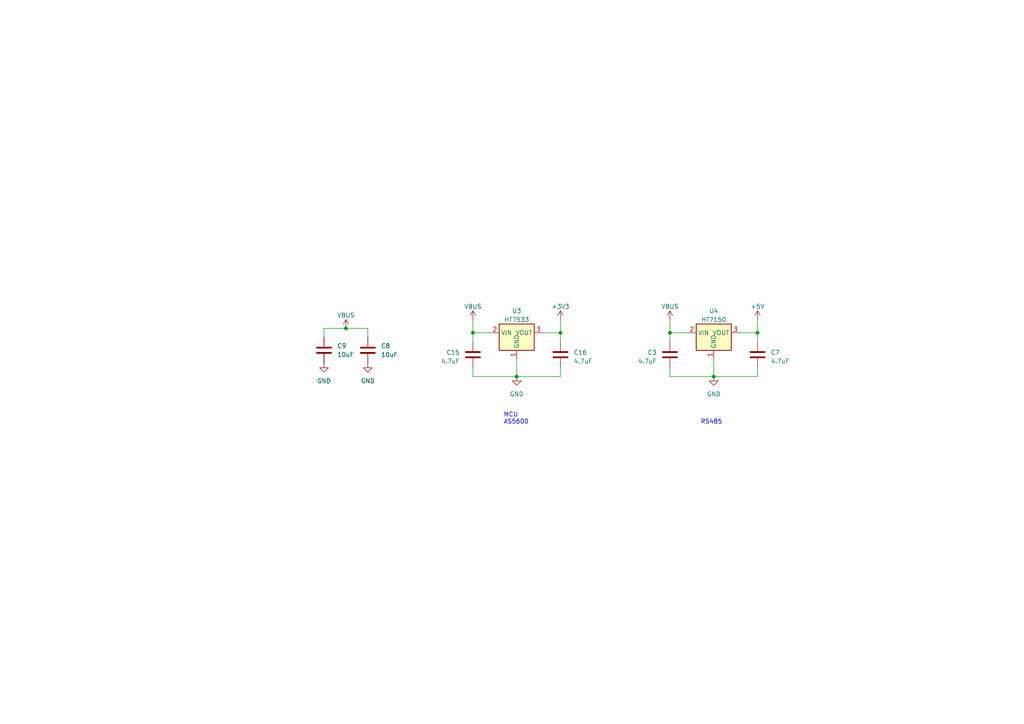
<source format=kicad_sch>
(kicad_sch (version 20230121) (generator eeschema)
  (paper "A4")
  (lib_symbols
    (symbol "Device:C" (pin_numbers hide) (pin_names (offset 0.254))
      (property "Reference" "C" (at 0.635 2.54 0))
      (property "Value" "C" (at 0.635 -2.54 0))
      (symbol "C_0_1"
        (polyline (pts (xy -2.032 -0.762) (xy 2.032 -0.762)) (stroke (width 0.508)))
        (polyline (pts (xy -2.032 0.762) (xy 2.032 0.762)) (stroke (width 0.508)))
      )
      (symbol "C_1_1"
        (pin passive line (at 0 3.81 270) (length 2.794) (name "~") (number "1"))
        (pin passive line (at 0 -3.81 90) (length 2.794) (name "~") (number "2"))
      )
    )
    (symbol "Regulator_Linear:HT75xx-1-SOT89"
      (property "Reference" "U" (at -5.08 -3.81 0))
      (property "Value" "HT75xx-1-SOT89" (at 0 6.35 0))
      (symbol "HT75xx-1-SOT89_0_1"
        (rectangle (start -5.08 5.08) (end 5.08 -2.54) (stroke (width 0.254)) (fill (type background)))
      )
      (symbol "HT75xx-1-SOT89_1_1"
        (pin power_in line (at 0 -5.08 90) (length 2.54) (name "GND") (number "1"))
        (pin power_in line (at -7.62 2.54 0) (length 2.54) (name "VIN") (number "2"))
        (pin power_out line (at 7.62 2.54 180) (length 2.54) (name "VOUT") (number "3"))
      )
    )
    (symbol "power:+3V3" (power) (pin_names (offset 0))
      (property "Value" "+3V3" (at 0 3.556 0))
      (symbol "+3V3_0_1"
        (polyline (pts (xy -0.762 1.27) (xy 0 2.54)))
        (polyline (pts (xy 0 0) (xy 0 2.54)))
        (polyline (pts (xy 0 2.54) (xy 0.762 1.27)))
      )
      (symbol "+3V3_1_1"
        (pin power_in line (at 0 0 90) (length 0) hide (name "+3V3") (number "1"))
      )
    )
    (symbol "power:+5V" (power) (pin_names (offset 0))
      (property "Value" "+5V" (at 0 3.556 0))
      (symbol "+5V_0_1"
        (polyline (pts (xy -0.762 1.27) (xy 0 2.54)))
        (polyline (pts (xy 0 0) (xy 0 2.54)))
        (polyline (pts (xy 0 2.54) (xy 0.762 1.27)))
      )
      (symbol "+5V_1_1"
        (pin power_in line (at 0 0 90) (length 0) hide (name "+5V") (number "1"))
      )
    )
    (symbol "power:GND" (power) (pin_names (offset 0))
      (property "Value" "GND" (at 0 -3.81 0))
      (symbol "GND_0_1"
        (polyline (pts (xy 0 0) (xy 0 -1.27) (xy 1.27 -1.27) (xy 0 -2.54) (xy -1.27 -1.27) (xy 0 -1.27)))
      )
      (symbol "GND_1_1"
        (pin power_in line (at 0 0 270) (length 0) hide (name "GND") (number "1"))
      )
    )
    (symbol "power:VBUS" (power) (pin_names (offset 0))
      (property "Value" "VBUS" (at 0 3.81 0))
      (symbol "VBUS_0_1"
        (polyline (pts (xy -0.762 1.27) (xy 0 2.54)))
        (polyline (pts (xy 0 0) (xy 0 2.54)))
        (polyline (pts (xy 0 2.54) (xy 0.762 1.27)))
      )
      (symbol "VBUS_1_1"
        (pin power_in line (at 0 0 90) (length 0) hide (name "VBUS") (number "1"))
      )
    )
  )
  (junction (at 137.16 96.52))
  (junction (at 194.31 96.52))
  (junction (at 207.01 109.22))
  (junction (at 149.86 109.22))
  (junction (at 162.56 96.52))
  (junction (at 100.33 95.25))
  (junction (at 219.71 96.52))
  (wire (pts (xy 137.16 106.68) (xy 137.16 109.22)))
  (wire (pts (xy 162.56 96.52) (xy 162.56 99.06)))
  (wire (pts (xy 149.86 109.22) (xy 162.56 109.22)))
  (wire (pts (xy 194.31 92.71) (xy 194.31 96.52)))
  (wire (pts (xy 219.71 92.71) (xy 219.71 96.52)))
  (wire (pts (xy 194.31 109.22) (xy 207.01 109.22)))
  (wire (pts (xy 219.71 96.52) (xy 219.71 99.06)))
  (wire (pts (xy 149.86 104.14) (xy 149.86 109.22)))
  (wire (pts (xy 194.31 96.52) (xy 194.31 99.06)))
  (wire (pts (xy 93.98 95.25) (xy 100.33 95.25)))
  (wire (pts (xy 137.16 92.71) (xy 137.16 96.52)))
  (wire (pts (xy 93.98 97.79) (xy 93.98 95.25)))
  (wire (pts (xy 106.68 97.79) (xy 106.68 95.25)))
  (wire (pts (xy 137.16 109.22) (xy 149.86 109.22)))
  (wire (pts (xy 194.31 106.68) (xy 194.31 109.22)))
  (wire (pts (xy 162.56 92.71) (xy 162.56 96.52)))
  (wire (pts (xy 207.01 109.22) (xy 219.71 109.22)))
  (wire (pts (xy 219.71 109.22) (xy 219.71 106.68)))
  (wire (pts (xy 157.48 96.52) (xy 162.56 96.52)))
  (wire (pts (xy 100.33 95.25) (xy 106.68 95.25)))
  (wire (pts (xy 162.56 109.22) (xy 162.56 106.68)))
  (wire (pts (xy 207.01 104.14) (xy 207.01 109.22)))
  (wire (pts (xy 199.39 96.52) (xy 194.31 96.52)))
  (wire (pts (xy 214.63 96.52) (xy 219.71 96.52)))
  (wire (pts (xy 142.24 96.52) (xy 137.16 96.52)))
  (wire (pts (xy 137.16 96.52) (xy 137.16 99.06)))
  (text "RS485" (at 203.2 123.19 0) (effects (font (size 1.27 1.27)) (justify left bottom)))
  (text "MCU\nAS5600" (at 146.05 123.19 0) (effects (font (size 1.27 1.27)) (justify left bottom)))
  (symbol (lib_id "power:GND") (at 207.01 109.22 0) (unit 1)
    (property "Reference" "#PWR030" (effects hide))
    (property "Value" "GND" (at 207.01 114.3 0))
  )
  (symbol (lib_id "Regulator_Linear:HT75xx-1-SOT89") (at 149.86 99.06 0) (unit 1)
    (property "Reference" "U3" (at 149.86 90.17 0))
    (property "Value" "HT7533" (at 149.86 92.71 0))
    (property "Footprint" "Package_TO_SOT_SMD:SOT-89-3" (effects hide))
    (property "Datasheet" "https://www.holtek.com/documents/10179/116711/HT75xx-1v250.pdf" (effects hide))
  )
  (symbol (lib_id "power:GND") (at 149.86 109.22 0) (unit 1)
    (property "Reference" "#PWR026" (effects hide))
    (property "Value" "GND" (at 149.86 114.3 0))
  )
  (symbol (lib_id "Device:C") (at 93.98 101.6 0) (unit 1)
    (property "Reference" "C9" (at 97.79 100.33 0) (effects (justify left)))
    (property "Value" "10uF" (at 97.79 102.87 0) (effects (justify left)))
    (property "Footprint" "Capacitor_SMD:C_1206_3216Metric" (effects hide))
    (instances (project "cwFOC" (path "" (reference "C9") (unit 1)) (path "" (reference "C8") (unit 1))))
  )
  (symbol (lib_id "power:+5V") (at 219.71 92.71 0) (unit 1)
    (property "Reference" "#PWR033" (effects hide))
    (property "Value" "+5V" (at 219.71 88.9 0))
  )
  (symbol (lib_id "power:GND") (at 106.68 105.41 0) (unit 1)
    (property "Reference" "#PWR015" (effects hide))
    (property "Value" "GND" (at 106.68 110.49 0))
    (instances (project "cwFOC" (path "" (reference "#PWR015") (unit 1)) (path "" (reference "#PWR014") (unit 1))))
  )
  (symbol (lib_id "power:+3V3") (at 162.56 92.71 0) (unit 1)
    (property "Reference" "#PWR028" (effects hide))
    (property "Value" "+3V3" (at 162.56 88.9 0))
  )
  (symbol (lib_id "Regulator_Linear:HT75xx-1-SOT89") (at 207.01 99.06 0) (unit 1)
    (property "Reference" "U4" (at 207.01 90.17 0))
    (property "Value" "HT7150" (at 207.01 92.71 0))
    (property "Footprint" "Package_TO_SOT_SMD:SOT-89-3" (effects hide))
    (property "Datasheet" "https://www.holtek.com/documents/10179/116711/HT75xx-1v250.pdf" (effects hide))
  )
  (symbol (lib_id "Device:C") (at 219.71 102.87 0) (unit 1)
    (property "Reference" "C7" (at 223.52 102.235 0) (effects (justify left)))
    (property "Value" "4.7uF" (at 223.52 104.775 0) (effects (justify left)))
    (property "Footprint" "myDevice:0603_C" (effects hide))
  )
  (symbol (lib_id "Device:C") (at 162.56 102.87 0) (unit 1)
    (property "Reference" "C16" (at 166.37 102.235 0) (effects (justify left)))
    (property "Value" "4.7uF" (at 166.37 104.775 0) (effects (justify left)))
    (property "Footprint" "myDevice:0603_C" (effects hide))
  )
  (symbol (lib_id "power:VBUS") (at 137.16 92.71 0) (unit 1)
    (property "Reference" "#PWR03" (effects hide))
    (property "Value" "VBUS" (at 137.16 88.9 0))
  )
  (symbol (lib_id "Device:C") (at 137.16 102.87 0) (unit 1)
    (property "Reference" "C15" (at 133.35 102.235 0) (effects (justify right)))
    (property "Value" "4.7uF" (at 133.35 104.775 0) (effects (justify right)))
    (property "Footprint" "myDevice:0603_C" (effects hide))
  )
  (symbol (lib_id "power:GND") (at 93.98 105.41 0) (unit 1)
    (property "Reference" "#PWR016" (effects hide))
    (property "Value" "GND" (at 93.98 110.49 0))
    (instances (project "cwFOC" (path "" (reference "#PWR016") (unit 1)) (path "" (reference "#PWR012") (unit 1))))
  )
  (symbol (lib_id "power:VBUS") (at 100.33 95.25 0) (unit 1)
    (property "Reference" "#PWR05" (effects hide))
    (property "Value" "VBUS" (at 100.33 91.44 0))
  )
  (symbol (lib_id "Device:C") (at 106.68 101.6 0) (unit 1)
    (property "Reference" "C8" (at 110.49 100.33 0) (effects (justify left)))
    (property "Value" "10uF" (at 110.49 102.87 0) (effects (justify left)))
    (property "Footprint" "Capacitor_SMD:C_1206_3216Metric" (effects hide))
    (instances (project "cwFOC" (path "" (reference "C8") (unit 1)) (path "" (reference "C9") (unit 1))))
  )
  (symbol (lib_id "Device:C") (at 194.31 102.87 0) (unit 1)
    (property "Reference" "C3" (at 190.5 102.235 0) (effects (justify right)))
    (property "Value" "4.7uF" (at 190.5 104.775 0) (effects (justify right)))
    (property "Footprint" "myDevice:0603_C" (effects hide))
  )
  (symbol (lib_id "power:VBUS") (at 194.31 92.71 0) (unit 1)
    (property "Reference" "#PWR029" (effects hide))
    (property "Value" "VBUS" (at 194.31 88.9 0))
  )
)
</source>
